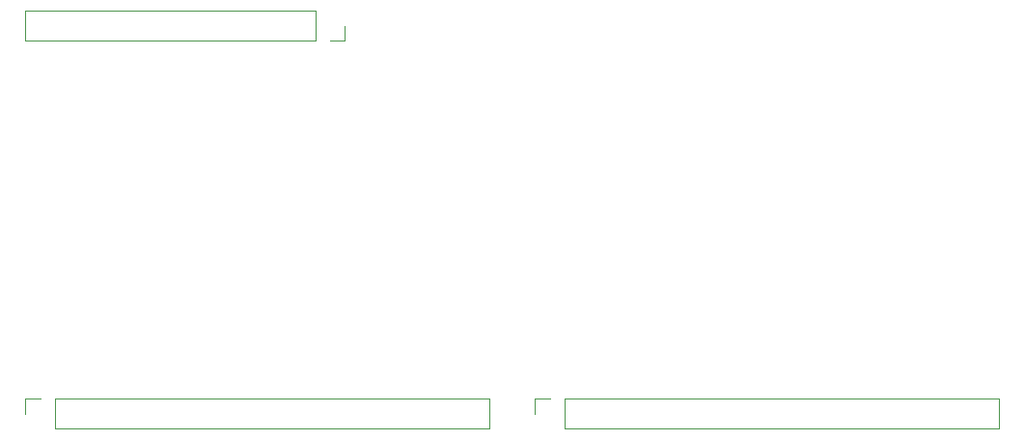
<source format=gbr>
%TF.GenerationSoftware,KiCad,Pcbnew,(5.1.10-1-10_14)*%
%TF.CreationDate,2021-11-12T19:59:20-05:00*%
%TF.ProjectId,address-register-smd,61646472-6573-4732-9d72-656769737465,rev?*%
%TF.SameCoordinates,Original*%
%TF.FileFunction,Legend,Bot*%
%TF.FilePolarity,Positive*%
%FSLAX46Y46*%
G04 Gerber Fmt 4.6, Leading zero omitted, Abs format (unit mm)*
G04 Created by KiCad (PCBNEW (5.1.10-1-10_14)) date 2021-11-12 19:59:20*
%MOMM*%
%LPD*%
G01*
G04 APERTURE LIST*
%ADD10C,0.120000*%
G04 APERTURE END LIST*
D10*
%TO.C,J4*%
X87690000Y-117154000D02*
X87690000Y-115824000D01*
X86360000Y-117154000D02*
X87690000Y-117154000D01*
X85090000Y-117154000D02*
X85090000Y-114494000D01*
X85090000Y-114494000D02*
X59630000Y-114494000D01*
X85090000Y-117154000D02*
X59630000Y-117154000D01*
X59630000Y-117154000D02*
X59630000Y-114494000D01*
%TO.C,J3*%
X104334000Y-148530000D02*
X104334000Y-149860000D01*
X105664000Y-148530000D02*
X104334000Y-148530000D01*
X106934000Y-148530000D02*
X106934000Y-151190000D01*
X106934000Y-151190000D02*
X145094000Y-151190000D01*
X106934000Y-148530000D02*
X145094000Y-148530000D01*
X145094000Y-148530000D02*
X145094000Y-151190000D01*
%TO.C,J2*%
X59630000Y-148530000D02*
X59630000Y-149860000D01*
X60960000Y-148530000D02*
X59630000Y-148530000D01*
X62230000Y-148530000D02*
X62230000Y-151190000D01*
X62230000Y-151190000D02*
X100390000Y-151190000D01*
X62230000Y-148530000D02*
X100390000Y-148530000D01*
X100390000Y-148530000D02*
X100390000Y-151190000D01*
%TD*%
M02*

</source>
